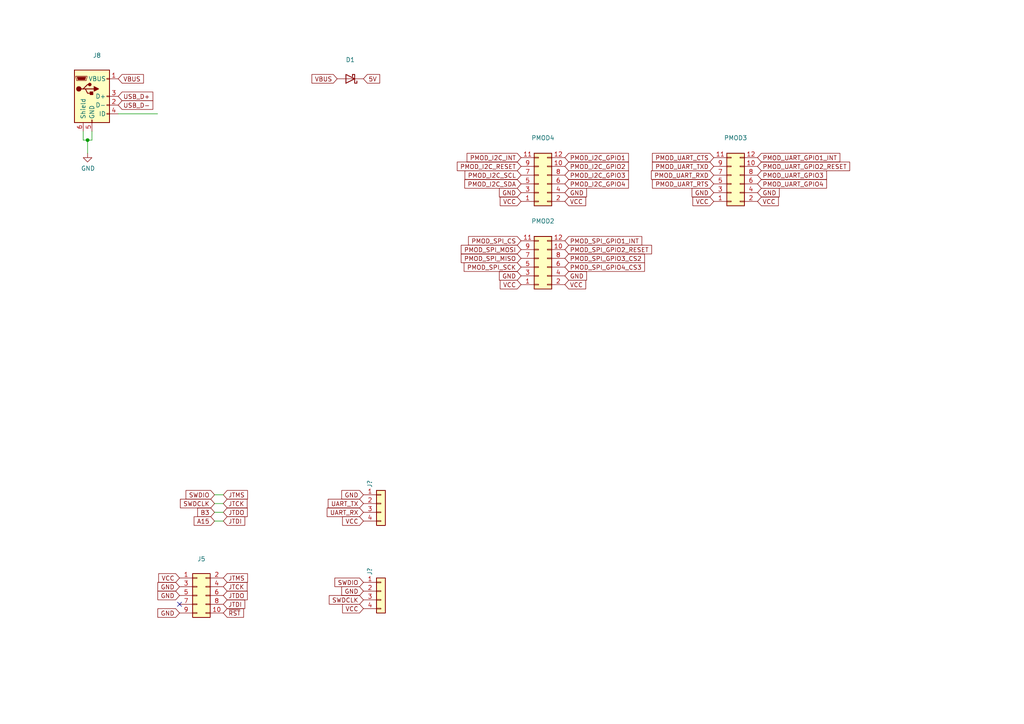
<source format=kicad_sch>
(kicad_sch (version 20211123) (generator eeschema)
  (paper "A4")
  (lib_symbols
    (symbol "Connector:USB_B_Micro" (pin_names (offset 1.016))
      (property "Reference" "J" (at -5.08 11.43 0))
      (property "Value" "USB_B_Micro" (at -5.08 8.89 0))
      (symbol "USB_B_Micro_0_1"
        (rectangle (start -5.08 -7.62) (end 5.08 7.62) (stroke (width 0.254)) (fill (type background)))
        (circle (center -3.81 2.159) (radius 0.635) (stroke (width 0.254)) (fill (type outline)))
        (circle (center -0.635 3.429) (radius 0.381) (stroke (width 0.254)) (fill (type outline)))
        (rectangle (start -0.127 -7.62) (end 0.127 -6.858))
        (polyline (pts (xy -1.905 2.159) (xy 0.635 2.159)) (stroke (width 0.254)))
        (polyline (pts (xy -3.175 2.159) (xy -2.54 2.159) (xy -1.27 3.429) (xy -0.635 3.429)) (stroke (width 0.254)))
        (polyline (pts (xy -2.54 2.159) (xy -1.905 2.159) (xy -1.27 0.889) (xy 0 0.889)) (stroke (width 0.254)))
        (polyline (pts (xy 0.635 2.794) (xy 0.635 1.524) (xy 1.905 2.159) (xy 0.635 2.794)) (stroke (width 0.254)) (fill (type outline)))
        (polyline (pts (xy -4.318 5.588) (xy -1.778 5.588) (xy -2.032 4.826) (xy -4.064 4.826) (xy -4.318 5.588)) (fill (type outline)))
        (polyline (pts (xy -4.699 5.842) (xy -4.699 5.588) (xy -4.445 4.826) (xy -4.445 4.572) (xy -1.651 4.572) (xy -1.651 4.826) (xy -1.397 5.588) (xy -1.397 5.842) (xy -4.699 5.842)))
        (rectangle (start 0.254 1.27) (end -0.508 0.508) (stroke (width 0.254)) (fill (type outline)))
        (rectangle (start 5.08 -5.207) (end 4.318 -4.953))
        (rectangle (start 5.08 -2.667) (end 4.318 -2.413))
        (rectangle (start 5.08 -0.127) (end 4.318 0.127))
        (rectangle (start 5.08 4.953) (end 4.318 5.207))
      )
      (symbol "USB_B_Micro_1_1"
        (pin power_out line (at 7.62 5.08 180) (length 2.54) (name "VBUS") (number "1"))
        (pin bidirectional line (at 7.62 -2.54 180) (length 2.54) (name "D-") (number "2"))
        (pin bidirectional line (at 7.62 0 180) (length 2.54) (name "D+") (number "3"))
        (pin passive line (at 7.62 -5.08 180) (length 2.54) (name "ID") (number "4"))
        (pin power_out line (at 0 -10.16 90) (length 2.54) (name "GND") (number "5"))
        (pin passive line (at -2.54 -10.16 90) (length 2.54) (name "Shield") (number "6"))
      )
    )
    (symbol "Connector_Generic:Conn_01x04" (pin_names (offset 1.016) hide)
      (property "Reference" "J" (at 0 5.08 0))
      (property "Value" "Conn_01x04" (at 0 -7.62 0))
      (symbol "Conn_01x04_1_1"
        (rectangle (start -1.27 -4.953) (end 0 -5.207) (stroke (width 0.1524)))
        (rectangle (start -1.27 -2.413) (end 0 -2.667) (stroke (width 0.1524)))
        (rectangle (start -1.27 0.127) (end 0 -0.127) (stroke (width 0.1524)))
        (rectangle (start -1.27 2.667) (end 0 2.413) (stroke (width 0.1524)))
        (rectangle (start -1.27 3.81) (end 1.27 -6.35) (stroke (width 0.254)) (fill (type background)))
        (pin passive line (at -5.08 2.54 0) (length 3.81) (name "Pin_1") (number "1"))
        (pin passive line (at -5.08 0 0) (length 3.81) (name "Pin_2") (number "2"))
        (pin passive line (at -5.08 -2.54 0) (length 3.81) (name "Pin_3") (number "3"))
        (pin passive line (at -5.08 -5.08 0) (length 3.81) (name "Pin_4") (number "4"))
      )
    )
    (symbol "Connector_Generic:Conn_02x05_Odd_Even" (pin_names (offset 1.016) hide)
      (property "Reference" "J" (at 1.27 7.62 0))
      (property "Value" "Conn_02x05_Odd_Even" (at 1.27 -7.62 0))
      (symbol "Conn_02x05_Odd_Even_1_1"
        (rectangle (start -1.27 -4.953) (end 0 -5.207) (stroke (width 0.1524)))
        (rectangle (start -1.27 -2.413) (end 0 -2.667) (stroke (width 0.1524)))
        (rectangle (start -1.27 0.127) (end 0 -0.127) (stroke (width 0.1524)))
        (rectangle (start -1.27 2.667) (end 0 2.413) (stroke (width 0.1524)))
        (rectangle (start -1.27 5.207) (end 0 4.953) (stroke (width 0.1524)))
        (rectangle (start -1.27 6.35) (end 3.81 -6.35) (stroke (width 0.254)) (fill (type background)))
        (rectangle (start 3.81 -4.953) (end 2.54 -5.207) (stroke (width 0.1524)))
        (rectangle (start 3.81 -2.413) (end 2.54 -2.667) (stroke (width 0.1524)))
        (rectangle (start 3.81 0.127) (end 2.54 -0.127) (stroke (width 0.1524)))
        (rectangle (start 3.81 2.667) (end 2.54 2.413) (stroke (width 0.1524)))
        (rectangle (start 3.81 5.207) (end 2.54 4.953) (stroke (width 0.1524)))
        (pin passive line (at -5.08 5.08 0) (length 3.81) (name "Pin_1") (number "1"))
        (pin passive line (at 7.62 -5.08 180) (length 3.81) (name "Pin_10") (number "10"))
        (pin passive line (at 7.62 5.08 180) (length 3.81) (name "Pin_2") (number "2"))
        (pin passive line (at -5.08 2.54 0) (length 3.81) (name "Pin_3") (number "3"))
        (pin passive line (at 7.62 2.54 180) (length 3.81) (name "Pin_4") (number "4"))
        (pin passive line (at -5.08 0 0) (length 3.81) (name "Pin_5") (number "5"))
        (pin passive line (at 7.62 0 180) (length 3.81) (name "Pin_6") (number "6"))
        (pin passive line (at -5.08 -2.54 0) (length 3.81) (name "Pin_7") (number "7"))
        (pin passive line (at 7.62 -2.54 180) (length 3.81) (name "Pin_8") (number "8"))
        (pin passive line (at -5.08 -5.08 0) (length 3.81) (name "Pin_9") (number "9"))
      )
    )
    (symbol "Connector_Generic:Conn_02x06_Odd_Even" (pin_names (offset 1.016) hide)
      (property "Reference" "J" (at 1.27 7.62 0))
      (property "Value" "Conn_02x06_Odd_Even" (at 1.27 -10.16 0))
      (symbol "Conn_02x06_Odd_Even_1_1"
        (rectangle (start -1.27 -7.493) (end 0 -7.747) (stroke (width 0.1524)))
        (rectangle (start -1.27 -4.953) (end 0 -5.207) (stroke (width 0.1524)))
        (rectangle (start -1.27 -2.413) (end 0 -2.667) (stroke (width 0.1524)))
        (rectangle (start -1.27 0.127) (end 0 -0.127) (stroke (width 0.1524)))
        (rectangle (start -1.27 2.667) (end 0 2.413) (stroke (width 0.1524)))
        (rectangle (start -1.27 5.207) (end 0 4.953) (stroke (width 0.1524)))
        (rectangle (start -1.27 6.35) (end 3.81 -8.89) (stroke (width 0.254)) (fill (type background)))
        (rectangle (start 3.81 -7.493) (end 2.54 -7.747) (stroke (width 0.1524)))
        (rectangle (start 3.81 -4.953) (end 2.54 -5.207) (stroke (width 0.1524)))
        (rectangle (start 3.81 -2.413) (end 2.54 -2.667) (stroke (width 0.1524)))
        (rectangle (start 3.81 0.127) (end 2.54 -0.127) (stroke (width 0.1524)))
        (rectangle (start 3.81 2.667) (end 2.54 2.413) (stroke (width 0.1524)))
        (rectangle (start 3.81 5.207) (end 2.54 4.953) (stroke (width 0.1524)))
        (pin passive line (at -5.08 5.08 0) (length 3.81) (name "Pin_1") (number "1"))
        (pin passive line (at 7.62 -5.08 180) (length 3.81) (name "Pin_10") (number "10"))
        (pin passive line (at -5.08 -7.62 0) (length 3.81) (name "Pin_11") (number "11"))
        (pin passive line (at 7.62 -7.62 180) (length 3.81) (name "Pin_12") (number "12"))
        (pin passive line (at 7.62 5.08 180) (length 3.81) (name "Pin_2") (number "2"))
        (pin passive line (at -5.08 2.54 0) (length 3.81) (name "Pin_3") (number "3"))
        (pin passive line (at 7.62 2.54 180) (length 3.81) (name "Pin_4") (number "4"))
        (pin passive line (at -5.08 0 0) (length 3.81) (name "Pin_5") (number "5"))
        (pin passive line (at 7.62 0 180) (length 3.81) (name "Pin_6") (number "6"))
        (pin passive line (at -5.08 -2.54 0) (length 3.81) (name "Pin_7") (number "7"))
        (pin passive line (at 7.62 -2.54 180) (length 3.81) (name "Pin_8") (number "8"))
        (pin passive line (at -5.08 -5.08 0) (length 3.81) (name "Pin_9") (number "9"))
      )
    )
    (symbol "Device:D_Schottky" (pin_numbers hide) (pin_names (offset 1.016) hide)
      (property "Reference" "D" (at 0 2.54 0))
      (property "Value" "D_Schottky" (at 0 -2.54 0))
      (symbol "D_Schottky_0_1"
        (polyline (pts (xy 1.27 0) (xy -1.27 0)))
        (polyline (pts (xy 1.27 1.27) (xy 1.27 -1.27) (xy -1.27 0) (xy 1.27 1.27)) (stroke (width 0.254)))
        (polyline (pts (xy -1.905 0.635) (xy -1.905 1.27) (xy -1.27 1.27) (xy -1.27 -1.27) (xy -0.635 -1.27) (xy -0.635 -0.635)) (stroke (width 0.254)))
      )
      (symbol "D_Schottky_1_1"
        (pin passive line (at -3.81 0 0) (length 2.54) (name "K") (number "1"))
        (pin passive line (at 3.81 0 180) (length 2.54) (name "A") (number "2"))
      )
    )
    (symbol "power:GND" (power) (pin_names (offset 0))
      (property "Value" "GND" (at 0 -3.81 0))
      (symbol "GND_0_1"
        (polyline (pts (xy 0 0) (xy 0 -1.27) (xy 1.27 -1.27) (xy 0 -2.54) (xy -1.27 -1.27) (xy 0 -1.27)))
      )
      (symbol "GND_1_1"
        (pin power_in line (at 0 0 270) (length 0) hide (name "GND") (number "1"))
      )
    )
  )
  (junction (at 25.4 40.64))
  (no_connect (at 52.07 175.26))
  (wire (pts (xy 64.77 143.51) (xy 62.23 143.51)))
  (wire (pts (xy 34.29 33.02) (xy 45.72 33.02)))
  (wire (pts (xy 25.4 40.64) (xy 24.13 40.64)))
  (wire (pts (xy 62.23 146.05) (xy 64.77 146.05)))
  (wire (pts (xy 25.4 44.45) (xy 25.4 40.64)))
  (wire (pts (xy 25.4 40.64) (xy 26.67 40.64)))
  (wire (pts (xy 62.23 151.13) (xy 64.77 151.13)))
  (wire (pts (xy 26.67 40.64) (xy 26.67 38.1)))
  (wire (pts (xy 24.13 40.64) (xy 24.13 38.1)))
  (wire (pts (xy 64.77 148.59) (xy 62.23 148.59)))
  (global_label "PMOD_I2C_INT" (shape input) (at 151.13 45.72 180) (property "Intersheet-verwijzingen" "${INTERSHEET_REFS}" (effects hide)))
  (global_label "PMOD_UART_GPIO1_INT" (shape input) (at 219.71 45.72 0) (property "Intersheet-verwijzingen" "${INTERSHEET_REFS}" (effects hide)))
  (global_label "VCC" (shape input) (at 219.71 58.42 0) (property "Intersheet-verwijzingen" "${INTERSHEET_REFS}" (effects hide)))
  (global_label "VBUS" (shape input) (at 34.29 22.86 0) (property "Intersheet-verwijzingen" "${INTERSHEET_REFS}" (effects hide)))
  (global_label "GND" (shape input) (at 151.13 55.88 180) (property "Intersheet-verwijzingen" "${INTERSHEET_REFS}" (effects hide)))
  (global_label "JTDO" (shape input) (at 64.77 172.72 0) (property "Intersheet-verwijzingen" "${INTERSHEET_REFS}" (effects hide)))
  (global_label "GND" (shape input) (at 163.83 55.88 0) (property "Intersheet-verwijzingen" "${INTERSHEET_REFS}" (effects hide)))
  (global_label "PMOD_I2C_GPIO2" (shape input) (at 163.83 48.26 0) (property "Intersheet-verwijzingen" "${INTERSHEET_REFS}" (effects hide)))
  (global_label "B3" (shape input) (at 62.23 148.59 180) (property "Intersheet-verwijzingen" "${INTERSHEET_REFS}" (effects hide)))
  (global_label "JTDI" (shape input) (at 64.77 175.26 0) (property "Intersheet-verwijzingen" "${INTERSHEET_REFS}" (effects hide)))
  (global_label "PMOD_SPI_MISO" (shape input) (at 151.13 74.93 180) (property "Intersheet-verwijzingen" "${INTERSHEET_REFS}" (effects hide)))
  (global_label "JTDI" (shape input) (at 64.77 151.13 0) (property "Intersheet-verwijzingen" "${INTERSHEET_REFS}" (effects hide)))
  (global_label "GND" (shape input) (at 52.07 177.8 180) (property "Intersheet-verwijzingen" "${INTERSHEET_REFS}" (effects hide)))
  (global_label "VCC" (shape input) (at 52.07 167.64 180) (property "Intersheet-verwijzingen" "${INTERSHEET_REFS}" (effects hide)))
  (global_label "PMOD_UART_RTS" (shape input) (at 207.01 53.34 180) (property "Intersheet-verwijzingen" "${INTERSHEET_REFS}" (effects hide)))
  (global_label "GND" (shape input) (at 151.13 80.01 180) (property "Intersheet-verwijzingen" "${INTERSHEET_REFS}" (effects hide)))
  (global_label "USB_D+" (shape input) (at 34.29 27.94 0) (property "Intersheet-verwijzingen" "${INTERSHEET_REFS}" (effects hide)))
  (global_label "PMOD_I2C_GPIO3" (shape input) (at 163.83 50.8 0) (property "Intersheet-verwijzingen" "${INTERSHEET_REFS}" (effects hide)))
  (global_label "JTCK" (shape input) (at 64.77 146.05 0) (property "Intersheet-verwijzingen" "${INTERSHEET_REFS}" (effects hide)))
  (global_label "PMOD_I2C_GPIO1" (shape input) (at 163.83 45.72 0) (property "Intersheet-verwijzingen" "${INTERSHEET_REFS}" (effects hide)))
  (global_label "GND" (shape input) (at 52.07 170.18 180) (property "Intersheet-verwijzingen" "${INTERSHEET_REFS}" (effects hide)))
  (global_label "PMOD_SPI_GPIO3_CS2" (shape input) (at 163.83 74.93 0) (property "Intersheet-verwijzingen" "${INTERSHEET_REFS}" (effects hide)))
  (global_label "PMOD_SPI_CS" (shape input) (at 151.13 69.85 180) (property "Intersheet-verwijzingen" "${INTERSHEET_REFS}" (effects hide)))
  (global_label "GND" (shape input) (at 52.07 172.72 180) (property "Intersheet-verwijzingen" "${INTERSHEET_REFS}" (effects hide)))
  (global_label "PMOD_I2C_SCL" (shape input) (at 151.13 50.8 180) (property "Intersheet-verwijzingen" "${INTERSHEET_REFS}" (effects hide)))
  (global_label "VCC" (shape input) (at 163.83 58.42 0) (property "Intersheet-verwijzingen" "${INTERSHEET_REFS}" (effects hide)))
  (global_label "PMOD_UART_TXD" (shape input) (at 207.01 48.26 180) (property "Intersheet-verwijzingen" "${INTERSHEET_REFS}" (effects hide)))
  (global_label "PMOD_UART_GPIO2_RESET" (shape input) (at 219.71 48.26 0) (property "Intersheet-verwijzingen" "${INTERSHEET_REFS}" (effects hide)))
  (global_label "5V" (shape input) (at 105.41 22.86 0) (property "Intersheet-verwijzingen" "${INTERSHEET_REFS}" (effects hide)))
  (global_label "SWDCLK" (shape input) (at 105.41 173.99 180) (property "Intersheet-verwijzingen" "${INTERSHEET_REFS}" (effects hide)))
  (global_label "PMOD_SPI_GPIO4_CS3" (shape input) (at 163.83 77.47 0) (property "Intersheet-verwijzingen" "${INTERSHEET_REFS}" (effects hide)))
  (global_label "A15" (shape input) (at 62.23 151.13 180) (property "Intersheet-verwijzingen" "${INTERSHEET_REFS}" (effects hide)))
  (global_label "GND" (shape input) (at 105.41 143.51 180) (property "Intersheet-verwijzingen" "${INTERSHEET_REFS}" (effects hide)))
  (global_label "GND" (shape input) (at 163.83 80.01 0) (property "Intersheet-verwijzingen" "${INTERSHEET_REFS}" (effects hide)))
  (global_label "UART_TX" (shape input) (at 105.41 146.05 180) (property "Intersheet-verwijzingen" "${INTERSHEET_REFS}" (effects hide)))
  (global_label "PMOD_UART_CTS" (shape input) (at 207.01 45.72 180) (property "Intersheet-verwijzingen" "${INTERSHEET_REFS}" (effects hide)))
  (global_label "PMOD_SPI_SCK" (shape input) (at 151.13 77.47 180) (property "Intersheet-verwijzingen" "${INTERSHEET_REFS}" (effects hide)))
  (global_label "VCC" (shape input) (at 163.83 82.55 0) (property "Intersheet-verwijzingen" "${INTERSHEET_REFS}" (effects hide)))
  (global_label "PMOD_I2C_SDA" (shape input) (at 151.13 53.34 180) (property "Intersheet-verwijzingen" "${INTERSHEET_REFS}" (effects hide)))
  (global_label "PMOD_SPI_MOSI" (shape input) (at 151.13 72.39 180) (property "Intersheet-verwijzingen" "${INTERSHEET_REFS}" (effects hide)))
  (global_label "PMOD_UART_RXD" (shape input) (at 207.01 50.8 180) (property "Intersheet-verwijzingen" "${INTERSHEET_REFS}" (effects hide)))
  (global_label "GND" (shape input) (at 105.41 171.45 180) (property "Intersheet-verwijzingen" "${INTERSHEET_REFS}" (effects hide)))
  (global_label "PMOD_I2C_GPIO4" (shape input) (at 163.83 53.34 0) (property "Intersheet-verwijzingen" "${INTERSHEET_REFS}" (effects hide)))
  (global_label "PMOD_I2C_RESET" (shape input) (at 151.13 48.26 180) (property "Intersheet-verwijzingen" "${INTERSHEET_REFS}" (effects hide)))
  (global_label "JTCK" (shape input) (at 64.77 170.18 0) (property "Intersheet-verwijzingen" "${INTERSHEET_REFS}" (effects hide)))
  (global_label "VBUS" (shape input) (at 97.79 22.86 180) (property "Intersheet-verwijzingen" "${INTERSHEET_REFS}" (effects hide)))
  (global_label "SWDIO" (shape input) (at 62.23 143.51 180) (property "Intersheet-verwijzingen" "${INTERSHEET_REFS}" (effects hide)))
  (global_label "PMOD_SPI_GPIO2_RESET" (shape input) (at 163.83 72.39 0) (property "Intersheet-verwijzingen" "${INTERSHEET_REFS}" (effects hide)))
  (global_label "SWDIO" (shape input) (at 105.41 168.91 180) (property "Intersheet-verwijzingen" "${INTERSHEET_REFS}" (effects hide)))
  (global_label "GND" (shape input) (at 219.71 55.88 0) (property "Intersheet-verwijzingen" "${INTERSHEET_REFS}" (effects hide)))
  (global_label "PMOD_UART_GPIO4" (shape input) (at 219.71 53.34 0) (property "Intersheet-verwijzingen" "${INTERSHEET_REFS}" (effects hide)))
  (global_label "VCC" (shape input) (at 151.13 82.55 180) (property "Intersheet-verwijzingen" "${INTERSHEET_REFS}" (effects hide)))
  (global_label "SWDCLK" (shape input) (at 62.23 146.05 180) (property "Intersheet-verwijzingen" "${INTERSHEET_REFS}" (effects hide)))
  (global_label "VCC" (shape input) (at 151.13 58.42 180) (property "Intersheet-verwijzingen" "${INTERSHEET_REFS}" (effects hide)))
  (global_label "VCC" (shape input) (at 105.41 176.53 180) (property "Intersheet-verwijzingen" "${INTERSHEET_REFS}" (effects hide)))
  (global_label "UART_RX" (shape input) (at 105.41 148.59 180) (property "Intersheet-verwijzingen" "${INTERSHEET_REFS}" (effects hide)))
  (global_label "VCC" (shape input) (at 105.41 151.13 180) (property "Intersheet-verwijzingen" "${INTERSHEET_REFS}" (effects hide)))
  (global_label "GND" (shape input) (at 207.01 55.88 180) (property "Intersheet-verwijzingen" "${INTERSHEET_REFS}" (effects hide)))
  (global_label "USB_D-" (shape input) (at 34.29 30.48 0) (property "Intersheet-verwijzingen" "${INTERSHEET_REFS}" (effects hide)))
  (global_label "PMOD_UART_GPIO3" (shape input) (at 219.71 50.8 0) (property "Intersheet-verwijzingen" "${INTERSHEET_REFS}" (effects hide)))
  (global_label "JTDO" (shape input) (at 64.77 148.59 0) (property "Intersheet-verwijzingen" "${INTERSHEET_REFS}" (effects hide)))
  (global_label "JTMS" (shape input) (at 64.77 167.64 0) (property "Intersheet-verwijzingen" "${INTERSHEET_REFS}" (effects hide)))
  (global_label "~{RST}" (shape input) (at 64.77 177.8 0) (property "Intersheet-verwijzingen" "${INTERSHEET_REFS}" (effects hide)))
  (global_label "VCC" (shape input) (at 207.01 58.42 180) (property "Intersheet-verwijzingen" "${INTERSHEET_REFS}" (effects hide)))
  (global_label "JTMS" (shape input) (at 64.77 143.51 0) (property "Intersheet-verwijzingen" "${INTERSHEET_REFS}" (effects hide)))
  (global_label "PMOD_SPI_GPIO1_INT" (shape input) (at 163.83 69.85 0) (property "Intersheet-verwijzingen" "${INTERSHEET_REFS}" (effects hide)))
  (symbol (lib_id "Connector_Generic:Conn_02x06_Odd_Even") (at 156.21 77.47 0) (mirror x) (unit 1)
    (property "Reference" "PMOD2" (at 157.48 64.135 0))
  )
  (symbol (lib_id "Connector_Generic:Conn_02x06_Odd_Even") (at 212.09 53.34 0) (mirror x) (unit 1)
    (property "Reference" "PMOD3" (at 213.36 40.005 0))
  )
  (symbol (lib_id "Connector_Generic:Conn_02x06_Odd_Even") (at 156.21 53.34 0) (mirror x) (unit 1)
    (property "Reference" "PMOD4" (at 157.48 40.005 0))
  )
  (symbol (lib_id "Connector_Generic:Conn_02x05_Odd_Even") (at 57.15 172.72 0) (unit 1)
    (property "Reference" "J5" (at 58.42 162.1282 0))
  )
  (symbol (lib_id "Connector:USB_B_Micro") (at 26.67 27.94 0) (unit 1)
    (property "Reference" "J8" (at 28.1178 16.0782 0))
  )
  (symbol (lib_id "power:GND") (at 25.4 44.45 0) (unit 1)
    (property "Reference" "#PWR0101" (effects hide))
  )
  (symbol (lib_id "Device:D_Schottky") (at 101.6 22.86 180) (unit 1)
    (property "Reference" "D1" (at 101.6 17.3482 0))
  )
  (symbol (lib_id "Connector_Generic:Conn_01x04") (at 110.49 146.05 0) (unit 1)
    (property "Reference" "J?" (at 107.2388 141.478 90) (effects (justify left)))
  )
  (symbol (lib_id "Connector_Generic:Conn_01x04") (at 110.49 171.45 0) (unit 1)
    (property "Reference" "J?" (at 107.2388 166.878 90) (effects (justify left)))
  )
)
</source>
